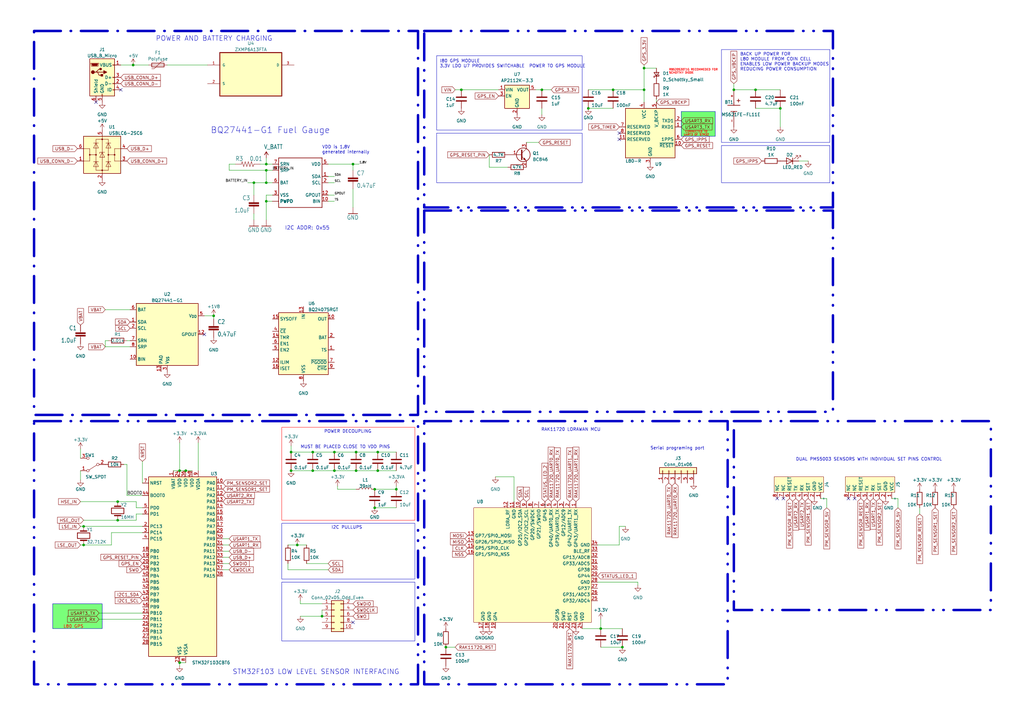
<source format=kicad_sch>
(kicad_sch (version 20230121) (generator eeschema)
  (paper "A3")
  (junction (at 104.14 74.93))
  (junction (at 182.88 265.43))
  (junction (at 153.67 200.66))
  (junction (at 109.22 69.85))
  (junction (at 34.29 215.9))
  (junction (at 132.08 252.73))
  (junction (at 146.05 193.04))
  (junction (at 309.88 36.83))
  (junction (at 300.99 36.83))
  (junction (at 109.22 82.55))
  (junction (at 251.46 36.83))
  (junction (at 119.38 185.42))
  (junction (at 54.61 26.67))
  (junction (at 109.22 67.31))
  (junction (at 48.26 213.36))
  (junction (at 48.26 205.74))
  (junction (at 264.16 36.83))
  (junction (at 34.29 223.52))
  (junction (at 73.66 193.04))
  (junction (at 144.78 67.31))
  (junction (at 241.3 44.45))
  (junction (at 154.94 193.04))
  (junction (at 154.94 185.42))
  (junction (at 246.38 257.81))
  (junction (at 153.67 208.28))
  (junction (at 128.27 193.04))
  (junction (at 162.56 200.66))
  (junction (at 255.27 265.43))
  (junction (at 189.23 36.83))
  (junction (at 137.16 193.04))
  (junction (at 73.66 271.78))
  (junction (at 320.04 44.45))
  (junction (at 119.38 193.04))
  (junction (at 87.63 129.54))
  (junction (at 146.05 185.42))
  (junction (at 128.27 185.42))
  (junction (at 76.2 193.04))
  (junction (at 137.16 185.42))
  (junction (at 222.25 36.83))
  (junction (at 121.92 223.52))
  (junction (at 264.16 27.94))
  (junction (at 109.22 74.93))
  (no_connect (at 321.31 204.47))
  (no_connect (at 318.77 204.47))
  (no_connect (at 83.82 137.16))
  (no_connect (at 49.53 36.83))
  (no_connect (at 347.98 204.47))
  (no_connect (at 254 57.15))
  (no_connect (at 144.78 255.27))
  (no_connect (at 39.37 41.91))
  (no_connect (at 254 54.61))
  (no_connect (at 350.52 204.47))
  (wire (pts (xy 134.62 80.01) (xy 137.16 80.01)) (stroke (width 0.1524)))
  (wire (pts (xy 58.42 189.23) (xy 58.42 198.12)))
  (wire (pts (xy 261.62 238.76) (xy 261.62 240.03)))
  (wire (pts (xy 111.76 82.55) (xy 109.22 82.55)) (stroke (width 0.1524)))
  (wire (pts (xy 93.98 69.85) (xy 93.98 67.31)) (stroke (width 0.1524)))
  (wire (pts (xy 123.19 252.73) (xy 132.08 252.73)))
  (wire (pts (xy 254 215.9) (xy 254 223.52)))
  (wire (pts (xy 138.43 199.39) (xy 138.43 200.66)))
  (wire (pts (xy 55.88 213.36) (xy 55.88 210.82)))
  (wire (pts (xy 138.43 200.66) (xy 146.05 200.66)))
  (wire (pts (xy 200.66 68.58) (xy 200.66 63.5)))
  (wire (pts (xy 119.38 185.42) (xy 128.27 185.42)))
  (wire (pts (xy 109.22 82.55) (xy 109.22 90.17)) (stroke (width 0.1524)))
  (wire (pts (xy 109.22 80.01) (xy 109.22 82.55)) (stroke (width 0.1524)))
  (wire (pts (xy 128.27 193.04) (xy 137.16 193.04)))
  (wire (pts (xy 111.76 67.31) (xy 109.22 67.31)) (stroke (width 0.1524)))
  (wire (pts (xy 123.19 247.65) (xy 132.08 247.65)))
  (wire (pts (xy 134.62 67.31) (xy 144.78 67.31)) (stroke (width 0.1524)))
  (wire (pts (xy 40.64 254) (xy 58.42 254)))
  (wire (pts (xy 144.78 85.09) (xy 144.78 77.47)) (stroke (width 0.1524)))
  (wire (pts (xy 33.02 223.52) (xy 34.29 223.52)))
  (wire (pts (xy 251.46 36.83) (xy 264.16 36.83)))
  (wire (pts (xy 34.29 213.36) (xy 48.26 213.36)))
  (wire (pts (xy 87.63 129.54) (xy 83.82 129.54)))
  (wire (pts (xy 339.09 204.47) (xy 336.55 204.47)))
  (wire (pts (xy 111.76 69.85) (xy 109.22 69.85)) (stroke (width 0.1524)))
  (wire (pts (xy 153.67 208.28) (xy 162.56 208.28)))
  (wire (pts (xy 91.44 226.06) (xy 93.98 226.06)))
  (wire (pts (xy 104.14 90.17) (xy 104.14 87.63)) (stroke (width 0.1524)))
  (wire (pts (xy 153.67 200.66) (xy 162.56 200.66)))
  (wire (pts (xy 246.38 257.81) (xy 246.38 254)))
  (wire (pts (xy 203.2 195.58) (xy 210.82 195.58)))
  (wire (pts (xy 269.24 40.64) (xy 269.24 41.91)))
  (wire (pts (xy 91.44 223.52) (xy 93.98 223.52)))
  (wire (pts (xy 264.16 27.94) (xy 264.16 36.83)))
  (wire (pts (xy 146.05 193.04) (xy 154.94 193.04)))
  (wire (pts (xy 55.88 208.28) (xy 58.42 208.28)))
  (wire (pts (xy 50.8 190.5) (xy 52.07 190.5)))
  (wire (pts (xy 33.02 205.74) (xy 48.26 205.74)))
  (wire (pts (xy 189.23 36.83) (xy 204.47 36.83)))
  (wire (pts (xy 52.07 203.2) (xy 58.42 203.2)))
  (wire (pts (xy 52.07 139.7) (xy 53.34 139.7)))
  (wire (pts (xy 109.22 67.31) (xy 109.22 64.77)) (stroke (width 0.1524)))
  (wire (pts (xy 109.22 74.93) (xy 111.76 74.93)) (stroke (width 0.1524)))
  (wire (pts (xy 368.3 208.28) (xy 368.3 204.47)))
  (wire (pts (xy 43.18 127) (xy 53.34 127)))
  (wire (pts (xy 119.38 182.88) (xy 119.38 185.42)))
  (wire (pts (xy 91.44 231.14) (xy 93.98 231.14)))
  (wire (pts (xy 186.69 36.83) (xy 189.23 36.83)))
  (wire (pts (xy 33.02 215.9) (xy 34.29 215.9)))
  (wire (pts (xy 146.05 185.42) (xy 154.94 185.42)))
  (wire (pts (xy 55.88 205.74) (xy 55.88 208.28)))
  (wire (pts (xy 264.16 36.83) (xy 264.16 41.91)))
  (wire (pts (xy 53.34 142.24) (xy 43.18 142.24)))
  (wire (pts (xy 144.78 67.31) (xy 144.78 69.85)) (stroke (width 0.1524)))
  (wire (pts (xy 71.12 193.04) (xy 73.66 193.04)))
  (wire (pts (xy 254 215.9) (xy 256.54 215.9)))
  (wire (pts (xy 109.22 74.93) (xy 104.14 74.93)) (stroke (width 0.1524)))
  (wire (pts (xy 81.28 181.61) (xy 81.28 193.04)))
  (wire (pts (xy 87.63 130.81) (xy 87.63 129.54)))
  (wire (pts (xy 222.25 36.83) (xy 219.71 36.83)))
  (wire (pts (xy 327.66 66.04) (xy 331.47 66.04)))
  (wire (pts (xy 134.62 74.93) (xy 137.16 74.93)) (stroke (width 0.1524)))
  (wire (pts (xy 222.25 44.45) (xy 222.25 46.99)))
  (wire (pts (xy 93.98 67.31) (xy 96.52 67.31)) (stroke (width 0.1524)))
  (wire (pts (xy 368.3 204.47) (xy 365.76 204.47)))
  (wire (pts (xy 104.14 80.01) (xy 104.14 74.93)) (stroke (width 0.1524)))
  (wire (pts (xy 132.08 250.19) (xy 132.08 252.73)))
  (wire (pts (xy 73.66 271.78) (xy 73.66 273.05)))
  (wire (pts (xy 254 223.52) (xy 245.11 223.52)))
  (wire (pts (xy 68.58 26.67) (xy 85.09 26.67)))
  (wire (pts (xy 208.28 68.58) (xy 200.66 68.58)))
  (wire (pts (xy 58.42 218.44) (xy 45.72 218.44)))
  (wire (pts (xy 45.72 218.44) (xy 45.72 223.52)))
  (wire (pts (xy 118.11 223.52) (xy 121.92 223.52)))
  (wire (pts (xy 377.19 210.82) (xy 377.19 208.28)))
  (wire (pts (xy 154.94 193.04) (xy 162.56 193.04)))
  (wire (pts (xy 154.94 185.42) (xy 162.56 185.42)))
  (wire (pts (xy 121.92 223.52) (xy 125.73 223.52)))
  (wire (pts (xy 162.56 199.39) (xy 162.56 200.66)))
  (wire (pts (xy 34.29 215.9) (xy 58.42 215.9)))
  (wire (pts (xy 134.62 233.68) (xy 118.11 233.68)))
  (wire (pts (xy 186.69 265.43) (xy 182.88 265.43)))
  (wire (pts (xy 128.27 185.42) (xy 137.16 185.42)))
  (wire (pts (xy 43.18 142.24) (xy 43.18 139.7)))
  (wire (pts (xy 241.3 44.45) (xy 251.46 44.45)))
  (wire (pts (xy 339.09 208.28) (xy 339.09 204.47)))
  (wire (pts (xy 73.66 181.61) (xy 73.66 193.04)))
  (wire (pts (xy 210.82 195.58) (xy 210.82 205.74)))
  (wire (pts (xy 76.2 193.04) (xy 78.74 193.04)))
  (wire (pts (xy 33.02 193.04) (xy 33.02 196.85)))
  (wire (pts (xy 245.11 238.76) (xy 261.62 238.76)))
  (wire (pts (xy 91.44 220.98) (xy 93.98 220.98)))
  (wire (pts (xy 264.16 27.94) (xy 269.24 27.94)))
  (wire (pts (xy 109.22 69.85) (xy 109.22 74.93)) (stroke (width 0.1524)))
  (wire (pts (xy 109.22 69.85) (xy 93.98 69.85)) (stroke (width 0.1524)))
  (wire (pts (xy 238.76 257.81) (xy 246.38 257.81)))
  (wire (pts (xy 309.88 44.45) (xy 320.04 44.45)))
  (wire (pts (xy 309.88 36.83) (xy 320.04 36.83)))
  (wire (pts (xy 104.14 74.93) (xy 101.6 74.93)) (stroke (width 0.1524)))
  (wire (pts (xy 109.22 67.31) (xy 106.68 67.31)) (stroke (width 0.1524)))
  (wire (pts (xy 134.62 82.55) (xy 137.16 82.55)) (stroke (width 0.1524)))
  (wire (pts (xy 226.06 36.83) (xy 222.25 36.83)))
  (wire (pts (xy 54.61 26.67) (xy 60.96 26.67)))
  (wire (pts (xy 137.16 193.04) (xy 146.05 193.04)))
  (wire (pts (xy 91.44 228.6) (xy 93.98 228.6)))
  (wire (pts (xy 147.32 67.31) (xy 144.78 67.31)) (stroke (width 0.1524)))
  (wire (pts (xy 45.72 223.52) (xy 34.29 223.52)))
  (wire (pts (xy 264.16 26.67) (xy 264.16 27.94)))
  (wire (pts (xy 300.99 36.83) (xy 309.88 36.83)))
  (wire (pts (xy 137.16 185.42) (xy 146.05 185.42)))
  (wire (pts (xy 246.38 265.43) (xy 255.27 265.43)))
  (wire (pts (xy 73.66 271.78) (xy 76.2 271.78)))
  (wire (pts (xy 40.64 251.46) (xy 58.42 251.46)))
  (wire (pts (xy 54.61 26.67) (xy 49.53 26.67)))
  (wire (pts (xy 55.88 210.82) (xy 58.42 210.82)))
  (wire (pts (xy 43.18 139.7) (xy 44.45 139.7)))
  (wire (pts (xy 111.76 80.01) (xy 109.22 80.01)) (stroke (width 0.1524)))
  (wire (pts (xy 300.99 34.29) (xy 300.99 36.83)))
  (wire (pts (xy 119.38 193.04) (xy 128.27 193.04)))
  (wire (pts (xy 134.62 72.39) (xy 137.16 72.39)) (stroke (width 0.1524)))
  (wire (pts (xy 48.26 213.36) (xy 55.88 213.36)))
  (wire (pts (xy 125.73 231.14) (xy 134.62 231.14)))
  (wire (pts (xy 52.07 190.5) (xy 52.07 203.2)))
  (wire (pts (xy 123.19 246.38) (xy 123.19 247.65)))
  (wire (pts (xy 241.3 36.83) (xy 251.46 36.83)))
  (wire (pts (xy 48.26 205.74) (xy 55.88 205.74)))
  (wire (pts (xy 246.38 257.81) (xy 255.27 257.81)))
  (wire (pts (xy 215.9 58.42) (xy 220.98 58.42)))
  (wire (pts (xy 118.11 233.68) (xy 118.11 231.14)))
  (wire (pts (xy 320.04 44.45) (xy 320.04 52.07)))
  (wire (pts (xy 91.44 233.68) (xy 93.98 233.68)))
  (wire (pts (xy 73.66 193.04) (xy 76.2 193.04)))
  (wire (pts (xy 33.02 184.15) (xy 33.02 187.96)))
  (rectangle (start 279.4 45.72) (end 293.37 55.88) (fill (type color) (color 0 255 0 0.55)))
  (rectangle (start 295.91 20.32) (end 340.36 58.42))
  (rectangle (start 173.99 86.36) (end 341.63 168.91) (stroke (width 1) (type dash_dot_dot)))
  (rectangle (start 295.91 59.69) (end 340.36 74.93))
  (rectangle (start 179.07 54.61) (end 238.76 74.93))
  (rectangle (start 21.59 247.65) (end 41.91 257.81) (fill (type color) (color 0 255 0 0.52)))
  (rectangle (start 173.99 172.72) (end 298.45 280.67) (stroke (width 1) (type dash_dot_dot)))
  (rectangle (start 115.57 214.63) (end 170.18 237.49))
  (rectangle (start 173.99 12.7) (end 341.63 85.09) (stroke (width 1) (type dash_dot_dot)))
  (rectangle (start 13.97 12.7) (end 171.45 170.18) (stroke (width 1) (type dash_dot)))
  (rectangle (start 179.07 22.86) (end 238.76 53.34))
  (rectangle (start 13.97 172.72) (end 171.45 280.67) (stroke (width 1) (type dash_dot_dot)))
  (rectangle (start 300.99 172.72) (end 406.4 250.19) (stroke (width 1) (type dash_dot_dot)))
  (rectangle (start 115.57 238.76) (end 170.18 262.89))
  (rectangle (start 115.57 175.26) (end 170.18 213.36) (stroke (width 0) (color 255 0 0 1)))
  (text "BACK UP POWER FOR \nL80 MODULE FROM COIN CELL\nENABLES LOW POWER BACKUP MODES\nREDUCING POWER CONSUMPTION\n" (at 303.53 29.21 0) (effects (font (size 1.27 1.27)) (justify left bottom)))
  (text "STM32F103 LOW LEVEL SENSOR INTERFACING\n" (at 163.83 276.86 0) (effects (font (size 2 2)) (justify right bottom)))
  (text "VDD is 1.8V\ngenerated internally" (at 132.08 59.69 0) (effects (font (size 1.27 1.27)) (justify left top)))
  (text "RB520S30T1G RECOMMEDED FOR \nSCHOTTKY DIODE" (at 274.32 30.48 0) (effects (font (size 0.8 0.8)) (justify left bottom)))
  (text "CONNECTED TO \nUART3 OF STM32" (at 290.83 55.88 0) (effects (font (size 0.8 0.8)) (justify right bottom)))
  (text "l80 GPS MODULE\n3.3V LDO U7 PROVIDES SWITCHABLE  POWER TO GPS MODULE\n" (at 180.34 27.94 0) (effects (font (size 1.27 1.27)) (justify left bottom)))
  (text "RAK11720 LORAWAN MCU\n\n" (at 246.38 179.07 0) (effects (font (size 1.27 1.27)) (justify right bottom)))
  (text "POWER AND BATTERY CHARGING\n\n" (at 111.76 20.32 0) (effects (font (size 2 2)) (justify right bottom)))
  (text "I2C PULLUPS\n" (at 135.89 217.17 0) (effects (font (size 1.27 1.27)) (justify left bottom)))
  (text "I2C ADDR: 0x55" (at 116.84 92.71 0) (effects (font (size 1.524 1.524)) (justify left top)))
  (text "DUAL PMS5003 SENSORS WITH INDIVIDUAL SET PINS CONTROL\n" (at 326.39 189.23 0) (effects (font (size 1.27 1.27)) (justify left bottom)))
  (text "MUST BE PLACED CLOSE TO VDD PINS\n" (at 160.02 184.15 0) (effects (font (size 1.27 1.27)) (justify right bottom)))
  (text "L80 GPS\n" (at 34.29 257.81 0) (effects (font (size 1.27 1.27)) (justify right bottom)))
  (text "POWER DECOUPLING\n" (at 152.4 177.8 0) (effects (font (size 1.27 1.27)) (justify right bottom)))
  (text "Serial programing port\n\n" (at 266.7 186.69 0) (effects (font (size 1.27 1.27)) (justify left bottom)))
  (text "BQ27441-G1 Fuel Gauge" (at 86.36 52.07 0) (effects (font (size 2.54 2.54)) (justify left top)))
  (label "SDA" (at 137.16 72.39 0) (effects (font (size 0.889 0.889))))
  (label "1.8V" (at 147.32 67.31 0) (effects (font (size 0.889 0.889))))
  (label "SCL" (at 137.16 74.93 0) (effects (font (size 0.889 0.889))))
  (label "BATTERY_IN" (at 111.76 69.85 0) (effects (font (size 1.016 1.016))))
  (label "GPOUT" (at 137.16 80.01 0) (effects (font (size 0.889 0.889))))
  (label "BATTERY_IN" (at 101.6 74.93 180) (effects (font (size 1.0668 1.0668))))
  (label "TS" (at 137.16 82.55 0) (effects (font (size 0.889 0.889))))
  (label "BOOT0" (at 52.07 203.2 0))
  (global_label "SWDIO" (shape input) (at 144.78 247.65 0) (property "Intersheetrefs" "${INTERSHEET_REFS}" (effects hide)))
  (global_label "PM_SENSOR_5V" (shape input) (at 339.09 208.28 270) (property "Intersheetrefs" "${INTERSHEET_REFS}" (effects hide)))
  (global_label "GPS_3.3V" (shape input) (at 226.06 36.83 0) (property "Intersheetrefs" "${INTERSHEET_REFS}" (effects hide)))
  (global_label "GPS_EN" (shape input) (at 58.42 231.14 180) (property "Intersheetrefs" "${INTERSHEET_REFS}" (effects hide)))
  (global_label "USART2_TX" (shape input) (at 328.93 204.47 270) (property "Intersheetrefs" "${INTERSHEET_REFS}" (effects hide)))
  (global_label "USB_D-" (shape input) (at 31.75 60.96 180) (property "Intersheetrefs" "${INTERSHEET_REFS}" (effects hide)))
  (global_label "VBAT" (shape input) (at 43.18 142.24 180) (property "Intersheetrefs" "${INTERSHEET_REFS}" (effects hide)))
  (global_label "GPS_IPPS" (shape input) (at 279.4 57.15 0) (property "Intersheetrefs" "${INTERSHEET_REFS}" (effects hide)))
  (global_label "USART3_RX" (shape input) (at 40.64 254 180) (property "Intersheetrefs" "${INTERSHEET_REFS}" (effects hide)))
  (global_label "USART1_TX" (shape input) (at 93.98 220.98 0) (property "Intersheetrefs" "${INTERSHEET_REFS}" (effects hide)))
  (global_label "USB_D+" (shape input) (at 93.98 228.6 0) (property "Intersheetrefs" "${INTERSHEET_REFS}" (effects hide)))
  (global_label "MOSI" (shape input) (at 191.77 219.71 180) (property "Intersheetrefs" "${INTERSHEET_REFS}" (effects hide)))
  (global_label "GPS_VBCKP" (shape input) (at 300.99 34.29 90) (property "Intersheetrefs" "${INTERSHEET_REFS}" (effects hide)))
  (global_label "SWDCLK" (shape input) (at 93.98 233.68 0) (property "Intersheetrefs" "${INTERSHEET_REFS}" (effects hide)))
  (global_label "RAK11720_UART0_TX" (shape input) (at 274.32 198.12 270) (property "Intersheetrefs" "${INTERSHEET_REFS}" (effects hide)))
  (global_label "VIN" (shape input) (at 186.69 36.83 180) (property "Intersheetrefs" "${INTERSHEET_REFS}" (effects hide)))
  (global_label "GPS_IPPS" (shape input) (at 312.42 66.04 180) (property "Intersheetrefs" "${INTERSHEET_REFS}" (effects hide)))
  (global_label "PM_SENSOR_5V" (shape input) (at 368.3 208.28 270) (property "Intersheetrefs" "${INTERSHEET_REFS}" (effects hide)))
  (global_label "PM_SENSOR_RESET" (shape input) (at 323.85 204.47 270) (property "Intersheetrefs" "${INTERSHEET_REFS}" (effects hide)))
  (global_label "RAK11720_UART0_RX" (shape input) (at 276.86 198.12 270) (property "Intersheetrefs" "${INTERSHEET_REFS}" (effects hide)))
  (global_label "RAK11720_UART1_RX" (shape input) (at 236.22 205.74 90) (property "Intersheetrefs" "${INTERSHEET_REFS}" (effects hide)))
  (global_label "USB_CONN_D-" (shape input) (at 49.53 34.29 0) (property "Intersheetrefs" "${INTERSHEET_REFS}" (effects hide)))
  (global_label "USB_CONN_D+" (shape input) (at 49.53 31.75 0) (property "Intersheetrefs" "${INTERSHEET_REFS}" (effects hide)))
  (global_label "HSE_IN" (shape input) (at 33.02 205.74 180) (property "Intersheetrefs" "${INTERSHEET_REFS}" (effects hide)))
  (global_label "USB_CONN_D-" (shape input) (at 31.75 66.04 180) (property "Intersheetrefs" "${INTERSHEET_REFS}" (effects hide)))
  (global_label "RAK11720_RST" (shape input) (at 233.68 257.81 270) (property "Intersheetrefs" "${INTERSHEET_REFS}" (effects hide)))
  (global_label "SDA" (shape input) (at 53.34 132.08 180) (property "Intersheetrefs" "${INTERSHEET_REFS}" (effects hide)))
  (global_label "GPS_VBCKP" (shape input) (at 269.24 41.91 0) (property "Intersheetrefs" "${INTERSHEET_REFS}" (effects hide)))
  (global_label "USART3_RX" (shape input) (at 279.4 49.53 0) (property "Intersheetrefs" "${INTERSHEET_REFS}" (effects hide)))
  (global_label "USART2_TX" (shape input) (at 91.44 205.74 0) (property "Intersheetrefs" "${INTERSHEET_REFS}" (effects hide)))
  (global_label "NSS" (shape input) (at 191.77 227.33 180) (property "Intersheetrefs" "${INTERSHEET_REFS}" (effects hide)))
  (global_label "LSE_IN" (shape input) (at 33.02 215.9 180) (property "Intersheetrefs" "${INTERSHEET_REFS}" (effects hide)))
  (global_label "USART3_TX" (shape input) (at 279.4 52.07 0) (property "Intersheetrefs" "${INTERSHEET_REFS}" (effects hide)))
  (global_label "VBAT" (shape input) (at 33.02 133.35 90) (property "Intersheetrefs" "${INTERSHEET_REFS}" (effects hide)))
  (global_label "SDA" (shape input) (at 134.62 233.68 0) (property "Intersheetrefs" "${INTERSHEET_REFS}" (effects hide)))
  (global_label "USB_D-" (shape input) (at 93.98 226.06 0) (property "Intersheetrefs" "${INTERSHEET_REFS}" (effects hide)))
  (global_label "PM_SENSOR1_SET" (shape input) (at 91.44 200.66 0) (property "Intersheetrefs" "${INTERSHEET_REFS}" (effects hide)))
  (global_label "USB_CONN_D+" (shape input) (at 52.07 66.04 0) (property "Intersheetrefs" "${INTERSHEET_REFS}" (effects hide)))
  (global_label "PM_SENSOR_RESET" (shape input) (at 377.19 210.82 270) (property "Intersheetrefs" "${INTERSHEET_REFS}" (effects hide)))
  (global_label "RAK11720_UART1_TX" (shape input) (at 233.68 205.74 90) (property "Intersheetrefs" "${INTERSHEET_REFS}" (effects hide)))
  (global_label "MISO" (shape input) (at 191.77 222.25 180) (property "Intersheetrefs" "${INTERSHEET_REFS}" (effects hide)))
  (global_label "PM_SENSOR2_SET" (shape input) (at 391.16 208.28 270) (property "Intersheetrefs" "${INTERSHEET_REFS}" (effects hide)))
  (global_label "USB_D+" (shape input) (at 52.07 60.96 0) (property "Intersheetrefs" "${INTERSHEET_REFS}" (effects hide)))
  (global_label "GPS_TIMER" (shape input) (at 254 52.07 180) (property "Intersheetrefs" "${INTERSHEET_REFS}" (effects hide)))
  (global_label "USART1_RX" (shape input) (at 355.6 204.47 270) (property "Intersheetrefs" "${INTERSHEET_REFS}" (effects hide)))
  (global_label "SCL" (shape input) (at 134.62 231.14 0) (property "Intersheetrefs" "${INTERSHEET_REFS}" (effects hide)))
  (global_label "SWDCLK" (shape input) (at 144.78 250.19 0) (property "Intersheetrefs" "${INTERSHEET_REFS}" (effects hide)))
  (global_label "RAK11720_RST" (shape input) (at 186.69 265.43 0) (property "Intersheetrefs" "${INTERSHEET_REFS}" (effects hide)))
  (global_label "GPS_3.3V" (shape input) (at 264.16 26.67 90) (property "Intersheetrefs" "${INTERSHEET_REFS}" (effects hide)))
  (global_label "RAK11720_UART0_RX" (shape input) (at 226.06 205.74 90) (property "Intersheetrefs" "${INTERSHEET_REFS}" (effects hide)))
  (global_label "USART2_RX" (shape input) (at 326.39 204.47 270) (property "Intersheetrefs" "${INTERSHEET_REFS}" (effects hide)))
  (global_label "SWO" (shape input) (at 144.78 252.73 0) (property "Intersheetrefs" "${INTERSHEET_REFS}" (effects hide)))
  (global_label "USART1_TX" (shape input) (at 358.14 204.47 270) (property "Intersheetrefs" "${INTERSHEET_REFS}" (effects hide)))
  (global_label "I2C1_SCL" (shape input) (at 58.42 246.38 180) (property "Intersheetrefs" "${INTERSHEET_REFS}" (effects hide)))
  (global_label "GPS_RESET" (shape input) (at 220.98 58.42 0) (property "Intersheetrefs" "${INTERSHEET_REFS}" (effects hide)))
  (global_label "LSE_OUT" (shape input) (at 33.02 223.52 180) (property "Intersheetrefs" "${INTERSHEET_REFS}" (effects hide)))
  (global_label "SDA" (shape input) (at 213.36 205.74 90) (property "Intersheetrefs" "${INTERSHEET_REFS}" (effects hide)))
  (global_label "HSE_OUT" (shape input) (at 34.29 213.36 180) (property "Intersheetrefs" "${INTERSHEET_REFS}" (effects hide)))
  (global_label "CLK" (shape input) (at 191.77 224.79 180) (property "Intersheetrefs" "${INTERSHEET_REFS}" (effects hide)))
  (global_label "NRST" (shape input) (at 58.42 189.23 90) (property "Intersheetrefs" "${INTERSHEET_REFS}" (effects hide)))
  (global_label "SCL" (shape input) (at 53.34 134.62 180) (property "Intersheetrefs" "${INTERSHEET_REFS}" (effects hide)))
  (global_label "PM_SENSOR1_SET" (shape input) (at 331.47 204.47 270) (property "Intersheetrefs" "${INTERSHEET_REFS}" (effects hide)))
  (global_label "PM_SENSOR_RESET" (shape input) (at 353.06 204.47 270) (property "Intersheetrefs" "${INTERSHEET_REFS}" (effects hide)))
  (global_label "RAK11720_UART0_TX" (shape input) (at 228.6 205.74 90) (property "Intersheetrefs" "${INTERSHEET_REFS}" (effects hide)))
  (global_label "VBAT" (shape input) (at 43.18 127 180) (property "Intersheetrefs" "${INTERSHEET_REFS}" (effects hide)))
  (global_label "USART3_TX" (shape input) (at 40.64 251.46 180) (property "Intersheetrefs" "${INTERSHEET_REFS}" (effects hide)))
  (global_label "GPS_RESET" (shape input) (at 279.4 59.69 0) (property "Intersheetrefs" "${INTERSHEET_REFS}" (effects hide)))
  (global_label "SCL" (shape input) (at 215.9 205.74 90) (property "Intersheetrefs" "${INTERSHEET_REFS}" (effects hide)))
  (global_label "I2C1_SDA" (shape input) (at 58.42 243.84 180) (property "Intersheetrefs" "${INTERSHEET_REFS}" (effects hide)))
  (global_label "USART1_RX" (shape input) (at 93.98 223.52 0) (property "Intersheetrefs" "${INTERSHEET_REFS}" (effects hide)))
  (global_label "STATUS_LED_2" (shape input) (at 223.52 205.74 90) (property "Intersheetrefs" "${INTERSHEET_REFS}" (effects hide)))
  (global_label "STATUS_LED_1" (shape input) (at 245.11 236.22 0) (property "Intersheetrefs" "${INTERSHEET_REFS}" (effects hide)))
  (global_label "USART2_RX" (shape input) (at 91.44 203.2 0) (property "Intersheetrefs" "${INTERSHEET_REFS}" (effects hide)))
  (global_label "GPS_RESET_PIN" (shape input) (at 200.66 63.5 180) (property "Intersheetrefs" "${INTERSHEET_REFS}" (effects hide)))
  (global_label "PM_SENSOR2_SET" (shape input) (at 360.68 204.47 270) (property "Intersheetrefs" "${INTERSHEET_REFS}" (effects hide)))
  (global_label "SWDIO" (shape input) (at 93.98 231.14 0) (property "Intersheetrefs" "${INTERSHEET_REFS}" (effects hide)))
  (global_label "PM_SENSOR2_SET" (shape input) (at 91.44 198.12 0) (property "Intersheetrefs" "${INTERSHEET_REFS}" (effects hide)))
  (global_label "SWO" (shape input) (at 58.42 233.68 180) (property "Intersheetrefs" "${INTERSHEET_REFS}" (effects hide)))
  (global_label "PM_SENSOR1_SET" (shape input) (at 383.54 208.28 270) (property "Intersheetrefs" "${INTERSHEET_REFS}" (effects hide)))
  (global_label "GPS_RESET_PIN" (shape input) (at 58.42 228.6 180) (property "Intersheetrefs" "${INTERSHEET_REFS}" (effects hide)))
  (global_label "GPS_EN" (shape input) (at 204.47 39.37 180) (property "Intersheetrefs" "${INTERSHEET_REFS}" (effects hide)))
  (symbol (lib_id "Device:R") (at 125.73 227.33 0) (unit 1)
    (property "Reference" "R5" (at 127 226.06 0) (effects (justify left)))
    (property "Value" "10K" (at 127 228.6 0) (effects (justify left)))
  )
  (symbol (lib_id "sparkfun-battery-babysitter-eagle-import:V_BATT") (at 109.22 64.77 0) (unit 1)
    (property "Reference" "#SUPPLY01" (effects hide))
    (property "Value" "V_BATT" (at 108.204 61.214 0) (effects (font (size 1.778 1.5113)) (justify left bottom)))
  )
  (symbol (lib_id "ZXMP6A13FTA:ZXMP6A13FTA") (at 102.87 26.67 0) (unit 1)
    (property "Reference" "U4" (at 102.87 17.78 0))
    (property "Value" "ZXMP6A13FTA" (at 102.87 20.32 0))
    (property "Footprint" "ZXMP6A13FTA:SOT95P232X112-3N" (effects hide))
    (property "SUPPLIER" "Diodes Inc" (effects hide))
    (property "OC_FARNELL" "1843770" (effects hide))
    (property "MPN" "ZXMP6A13FTA" (effects hide))
    (property "OC_NEWARK" "12T2278" (effects hide))
    (property "PACKAGE" "SOT-23-3" (effects hide))
  )
  (symbol (lib_id "power:+3.3V") (at 119.38 182.88 0) (unit 1)
    (property "Reference" "#PWR014" (effects hide))
    (property "Value" "+3.3V" (at 119.38 179.07 0))
  )
  (symbol (lib_id "Regulator_Linear:AP2112K-3.3") (at 212.09 39.37 0) (unit 1)
    (property "Reference" "U7" (at 212.09 30.48 0))
    (property "Value" "AP2112K-3.3" (at 212.09 33.02 0))
    (property "Footprint" "Package_TO_SOT_SMD:SOT-23-5" (effects hide))
    (property "Datasheet" "https://www.diodes.com/assets/Datasheets/AP2112.pdf" (effects hide))
  )
  (symbol (lib_id "Device:R") (at 212.09 68.58 270) (unit 1)
    (property "Reference" "R8" (at 212.09 71.12 90))
    (property "Value" "47K" (at 212.09 68.58 90))
  )
  (symbol (lib_id "Device:C") (at 137.16 189.23 0) (unit 1)
    (property "Reference" "C6" (at 138.43 186.69 0) (effects (justify left)))
    (property "Value" "0.1uF" (at 138.43 191.77 0) (effects (justify left)))
    (property "Footprint" "Capacitor_SMD:C_0603_1608Metric" (effects hide))
  )
  (symbol (lib_id "power:GND") (at 222.25 46.99 0) (unit 1)
    (property "Reference" "#PWR030" (effects hide))
    (property "Value" "GND" (at 222.25 52.07 0))
  )
  (symbol (lib_id "rak11720:rak11720") (at 218.44 232.41 0) (unit 1)
    (property "Reference" "U8" (at 196.85 205.74 0))
    (property "Value" "~" (at 223.52 207.01 0))
    (property "Footprint" "RAK3172:RAK11720" (effects hide))
  )
  (symbol (lib_id "Device:Crystal") (at 34.29 219.71 90) (unit 1)
    (property "Reference" "Y1" (at 35.56 217.17 90) (effects (justify right)))
    (property "Value" "32.712K" (at 35.56 222.25 90) (effects (justify right)))
    (property "Footprint" "Crystal:Crystal_C38-LF_D3.0mm_L8.0mm_Horizontal" (effects hide))
  )
  (symbol (lib_id "sparkfun-battery-babysitter-eagle-import:1.0UF-16V-10%(0603)") (at 33.02 138.43 0) (mirror y) (unit 1)
    (property "Reference" "C1" (at 31.496 135.509 0) (effects (font (size 1.778 1.5113)) (justify left bottom)))
    (property "Value" "1.0uF" (at 31.496 140.589 0) (effects (font (size 1.778 1.5113)) (justify left bottom)))
    (property "Footprint" "sparkfun-battery-babysitter:0603-CAP" (effects hide))
  )
  (symbol (lib_name "pms5003_connector_1") (lib_id "pms5003:pms5003_connector") (at 337.82 204.47 270) (unit 1)
    (property "Reference" "J4" (at 339.09 198.755 0))
    (property "Value" "~" (at 337.82 204.47 0))
    (property "Footprint" "pms5003 footprint:MOLEX_0532610871" (effects hide))
  )
  (symbol (lib_id "Device:C") (at 128.27 189.23 0) (unit 1)
    (property "Reference" "C5" (at 129.54 186.69 0) (effects (justify left)))
    (property "Value" "0.1uF" (at 129.54 191.77 0) (effects (justify left)))
    (property "Footprint" "Capacitor_SMD:C_0603_1608Metric" (effects hide))
  )
  (symbol (lib_id "Device:Crystal") (at 48.26 209.55 270) (unit 1)
    (property "Reference" "Y2" (at 49.53 207.01 90) (effects (justify left)))
    (property "Value" "16MH" (at 49.53 212.09 90) (effects (justify left)))
    (property "Footprint" "Crystal:Crystal_HC52-6mm_Vertical" (effects hide))
  )
  (symbol (lib_id "Device:C") (at 255.27 261.62 0) (unit 1)
    (property "Reference" "C19" (at 259.08 260.985 0) (effects (justify left)))
    (property "Value" "100nF" (at 259.08 263.525 0) (effects (justify left)))
  )
  (symbol (lib_id "Device:R") (at 377.19 204.47 0) (unit 1)
    (property "Reference" "R11" (at 373.38 203.2 0) (effects (justify left)))
    (property "Value" "10K" (at 372.11 207.01 0) (effects (justify left)))
  )
  (symbol (lib_id "power:GND") (at 33.02 140.97 0) (unit 1)
    (property "Reference" "#PWR01" (effects hide))
    (property "Value" "GND" (at 33.02 146.05 0))
  )
  (symbol (lib_id "Device:R") (at 48.26 139.7 270) (unit 1)
    (property "Reference" "R1" (at 48.26 137.16 90))
    (property "Value" "0.01k" (at 48.26 139.7 90))
    (property "Footprint" "Resistor_SMD:R_0603_1608Metric" (effects hide))
  )
  (symbol (lib_id "power:GND") (at 256.54 215.9 0) (unit 1)
    (property "Reference" "#PWR035" (effects hide))
    (property "Value" "GND" (at 256.54 220.98 0))
  )
  (symbol (lib_id "power:GND") (at 182.88 273.05 0) (unit 1)
    (property "Reference" "#PWR024" (effects hide))
    (property "Value" "GND" (at 182.88 278.13 0))
  )
  (symbol (lib_id "pms5003:pms5003_connector") (at 367.03 204.47 270) (unit 1)
    (property "Reference" "J5" (at 368.3 198.755 0))
    (property "Value" "~" (at 367.03 204.47 0))
    (property "Footprint" "pms5003 footprint:MOLEX_0532610871" (effects hide))
  )
  (symbol (lib_id "Device:C") (at 153.67 204.47 0) (unit 1)
    (property "Reference" "C9" (at 154.94 201.93 0) (effects (justify left)))
    (property "Value" "1uF" (at 154.94 207.01 0) (effects (justify left)))
  )
  (symbol (lib_id "power:GND") (at 68.58 152.4 0) (unit 1)
    (property "Reference" "#PWR08" (effects hide))
    (property "Value" "GND" (at 68.58 157.48 0))
  )
  (symbol (lib_id "Device:Polyfuse") (at 64.77 26.67 270) (unit 1)
    (property "Reference" "F1" (at 64.77 21.59 90))
    (property "Value" "Polyfuse" (at 64.77 24.13 90))
  )
  (symbol (lib_id "power:GND") (at 41.91 73.66 0) (unit 1)
    (property "Reference" "#PWR06" (effects hide))
    (property "Value" "GND" (at 41.91 78.74 0))
  )
  (symbol (lib_id "power:GND") (at 331.47 66.04 0) (unit 1)
    (property "Reference" "#PWR041" (effects hide))
    (property "Value" "GND" (at 331.47 71.12 0))
  )
  (symbol (lib_id "power:GND") (at 320.04 52.07 0) (unit 1)
    (property "Reference" "#PWR040" (effects hide))
    (property "Value" "GND" (at 320.04 57.15 0))
  )
  (symbol (lib_id "Device:R") (at 46.99 190.5 270) (unit 1)
    (property "Reference" "R2" (at 46.99 187.96 90))
    (property "Value" "10k" (at 46.99 190.5 90))
    (property "Footprint" "Resistor_SMD:R_0603_1608Metric" (effects hide))
  )
  (symbol (lib_id "power:GND") (at 261.62 240.03 0) (unit 1)
    (property "Reference" "#PWR036" (effects hide))
    (property "Value" "GND" (at 261.62 245.11 0))
  )
  (symbol (lib_id "power:GND") (at 73.66 273.05 0) (unit 1)
    (property "Reference" "#PWR010" (effects hide))
    (property "Value" "GND" (at 73.66 278.13 0))
  )
  (symbol (lib_id "power:GND") (at 119.38 193.04 0) (unit 1)
    (property "Reference" "#PWR015" (effects hide))
    (property "Value" "GND" (at 119.38 198.12 0))
  )
  (symbol (lib_id "power:GND") (at 236.22 257.81 0) (unit 1)
    (property "Reference" "#PWR031" (effects hide))
    (property "Value" "GND" (at 237.49 261.62 0))
  )
  (symbol (lib_id "MS621FE-FL11E:MS621FE-FL11E") (at 300.99 44.45 270) (unit 1)
    (property "Reference" "BT1" (at 297.18 41.91 90) (effects (justify left)))
    (property "Value" "MS621FE-FL11E" (at 295.91 46.99 90) (effects (justify left)))
    (property "Footprint" "BAT_MS621FE-FL11E" (effects hide))
    (property "PARTREV" "E" (effects hide))
    (property "STANDARD" "Manufacturer Recommendations" (effects hide))
    (property "MAXIMUM_PACKAGE_HEIGHT" "2.8mm" (effects hide))
    (property "MANUFACTURER" "Seiko Instruments" (effects hide))
  )
  (symbol (lib_id "Device:C") (at 119.38 189.23 0) (unit 1)
    (property "Reference" "C4" (at 120.65 186.69 0) (effects (justify left)))
    (property "Value" "0.1uF" (at 120.65 191.77 0) (effects (justify left)))
    (property "Footprint" "Capacitor_SMD:C_0603_1608Metric" (effects hide))
  )
  (symbol (lib_id "power:+5V") (at 41.91 53.34 0) (unit 1)
    (property "Reference" "#PWR05" (effects hide))
    (property "Value" "+5V" (at 41.91 49.53 0))
  )
  (symbol (lib_id "Device:C") (at 146.05 189.23 0) (unit 1)
    (property "Reference" "C8" (at 147.32 186.69 0) (effects (justify left)))
    (property "Value" "0.1uF" (at 147.32 191.77 0) (effects (justify left)))
    (property "Footprint" "Capacitor_SMD:C_0603_1608Metric" (effects hide))
  )
  (symbol (lib_id "power:GND") (at 87.63 138.43 0) (unit 1)
    (property "Reference" "#PWR013" (effects hide))
    (property "Value" "GND" (at 87.63 143.51 0))
  )
  (symbol (lib_id "Device:R") (at 182.88 261.62 0) (unit 1)
    (property "Reference" "R6" (at 179.07 260.35 0) (effects (justify left)))
    (property "Value" "10K" (at 177.8 264.16 0) (effects (justify left)))
  )
  (symbol (lib_id "Device:L") (at 149.86 200.66 90) (unit 1)
    (property "Reference" "L1" (at 149.86 196.85 90))
    (property "Value" "39nH" (at 149.86 199.39 90))
  )
  (symbol (lib_id "power:GND") (at 124.46 156.21 0) (unit 1)
    (property "Reference" "#PWR017" (effects hide))
    (property "Value" "GND" (at 124.46 161.29 0))
  )
  (symbol (lib_id "Device:R") (at 118.11 227.33 0) (unit 1)
    (property "Reference" "R4" (at 119.38 226.06 0) (effects (justify left)))
    (property "Value" "10K" (at 119.38 228.6 0) (effects (justify left)))
  )
  (symbol (lib_id "Power_Protection:USBLC6-2SC6") (at 41.91 63.5 0) (unit 1)
    (property "Reference" "U1" (at 44.5517 52.07 0) (effects (justify left)))
    (property "Value" "USBLC6-2SC6" (at 44.5517 54.61 0) (effects (justify left)))
    (property "Footprint" "Package_TO_SOT_SMD:SOT-23-6" (effects hide))
    (property "Datasheet" "https://www.st.com/resource/en/datasheet/usblc6-2.pdf" (effects hide))
  )
  (symbol (lib_id "power:GND") (at 212.09 46.99 0) (unit 1)
    (property "Reference" "#PWR029" (effects hide))
    (property "Value" "GND" (at 212.09 52.07 0))
  )
  (symbol (lib_id "Device:C") (at 182.88 269.24 0) (unit 1)
    (property "Reference" "C13" (at 186.69 268.605 0) (effects (justify left)))
    (property "Value" "100nF" (at 186.69 271.145 0) (effects (justify left)))
  )
  (symbol (lib_id "RF_GPS:L80-R") (at 266.7 54.61 0) (unit 1)
    (property "Reference" "U9" (at 268.6559 67.31 0) (effects (justify left)))
    (property "Value" "L80-R" (at 256.54 66.04 0) (effects (justify left)))
    (property "Footprint" "RF_GPS:Quectel_L80-R" (effects hide))
    (property "Datasheet" "https://www.quectel.com/UploadImage/Downlad/Quectel_L80-R_Hardware_Design_V1.2.pdf" (effects hide))
  )
  (symbol (lib_id "sparkfun-battery-babysitter-eagle-import:CAP0603-CAP") (at 144.78 74.93 0) (unit 1)
    (property "Reference" "C7" (at 146.304 72.009 0) (effects (font (size 1.778 1.5113)) (justify left bottom)))
    (property "Value" "0.47uF" (at 146.304 77.089 0) (effects (font (size 1.778 1.5113)) (justify left bottom)))
    (property "Footprint" "sparkfun-battery-babysitter:0603-CAP" (effects hide))
    (property "PROD_ID" "CAP-13216" (effects hide))
  )
  (symbol (lib_id "power:+3.3V") (at 383.54 200.66 0) (unit 1)
    (property "Reference" "#PWR045" (effects hide))
    (property "Value" "+3.3V" (at 383.54 196.85 0))
  )
  (symbol (lib_id "Switch:SW_SPDT") (at 38.1 190.5 180) (unit 1)
    (property "Reference" "SW1" (at 36.83 186.69 0))
    (property "Value" "SW_SPDT" (at 39.37 195.58 0))
  )
  (symbol (lib_id "MCU_ST_STM32F1:STM32F103CBTx") (at 73.66 233.68 0) (unit 1)
    (property "Reference" "U3" (at 86.36 194.31 0) (effects (justify left)))
    (property "Value" "STM32F103CBT6" (at 78.74 271.78 0) (effects (justify left)))
    (property "Footprint" "Package_QFP:LQFP-48_7x7mm_P0.5mm" (effects hide))
    (property "Datasheet" "https://www.st.com/resource/en/datasheet/stm32f103cb.pdf" (effects hide))
  )
  (symbol (lib_id "power:+5V") (at 54.61 26.67 0) (unit 1)
    (property "Reference" "#PWR07" (effects hide))
    (property "Value" "+5V" (at 54.61 22.86 0))
  )
  (symbol (lib_id "power:GND") (at 284.48 198.12 0) (unit 1)
    (property "Reference" "#PWR038" (effects hide))
    (property "Value" "GND" (at 284.48 203.2 0))
  )
  (symbol (lib_id "Device:C") (at 222.25 40.64 0) (unit 1)
    (property "Reference" "C15" (at 226.06 40.005 0) (effects (justify left)))
    (property "Value" "1uF" (at 226.06 42.545 0) (effects (justify left)))
  )
  (symbol (lib_id "power:+3.3V") (at 246.38 254 0) (unit 1)
    (property "Reference" "#PWR033" (effects hide))
    (property "Value" "+3.3V" (at 246.38 250.19 0))
  )
  (symbol (lib_id "power:GND") (at 200.66 257.81 0) (unit 1)
    (property "Reference" "#PWR027" (effects hide))
    (property "Value" "GND" (at 200.66 261.62 0))
  )
  (symbol (lib_id "power:GND") (at 33.02 196.85 0) (unit 1)
    (property "Reference" "#PWR03" (effects hide))
    (property "Value" "GND" (at 33.02 200.66 0))
  )
  (symbol (lib_id "power:+3.3V") (at 33.02 184.15 0) (unit 1)
    (property "Reference" "#PWR02" (effects hide))
    (property "Value" "+3.3V" (at 33.02 180.34 0))
  )
  (symbol (lib_id "Battery_Management:BQ24075RGT") (at 124.46 140.97 0) (unit 1)
    (property "Reference" "U6" (at 126.4159 124.46 0) (effects (justify left)))
    (property "Value" "BQ24075RGT" (at 126.4159 127 0) (effects (justify left)))
    (property "Footprint" "Package_DFN_QFN:VQFN-16-1EP_3x3mm_P0.5mm_EP1.6x1.6mm" (effects hide))
    (property "Datasheet" "http://www.ti.com/lit/ds/symlink/bq24075.pdf" (effects hide))
  )
  (symbol (lib_id "Device:R") (at 391.16 204.47 0) (unit 1)
    (property "Reference" "R13" (at 387.35 203.2 0) (effects (justify left)))
    (property "Value" "10K" (at 386.08 207.01 0) (effects (justify left)))
  )
  (symbol (lib_id "sparkfun-battery-babysitter-eagle-import:GND") (at 109.22 92.71 0) (unit 1)
    (property "Reference" "#GND02" (effects hide))
    (property "Value" "GND" (at 106.68 95.25 0) (effects (font (size 1.778 1.5113)) (justify left bottom)))
  )
  (symbol (lib_id "power:+1V8") (at 87.63 129.54 0) (unit 1)
    (property "Reference" "#PWR012" (effects hide))
    (property "Value" "+1V8" (at 87.63 125.73 0))
  )
  (symbol (lib_id "power:+3.3V") (at 73.66 181.61 0) (unit 1)
    (property "Reference" "#PWR09" (effects hide))
    (property "Value" "+3.3V" (at 73.66 177.8 0))
  )
  (symbol (lib_id "Device:C") (at 189.23 40.64 0) (unit 1)
    (property "Reference" "C14" (at 182.88 40.64 0) (effects (justify left)))
    (property "Value" "1uF" (at 182.88 43.18 0) (effects (justify left)))
  )
  (symbol (lib_id "power:+3.3V") (at 121.92 223.52 0) (unit 1)
    (property "Reference" "#PWR016" (effects hide))
    (property "Value" "+3.3V" (at 121.92 219.71 0))
  )
  (symbol (lib_id "power:+3.3V") (at 138.43 199.39 0) (unit 1)
    (property "Reference" "#PWR020" (effects hide))
    (property "Value" "+3.3V" (at 138.43 195.58 0))
  )
  (symbol (lib_id "power:GND") (at 189.23 44.45 0) (unit 1)
    (property "Reference" "#PWR025" (effects hide))
    (property "Value" "GND" (at 189.23 49.53 0))
  )
  (symbol (lib_id "Device:C") (at 154.94 189.23 0) (unit 1)
    (property "Reference" "C10" (at 156.21 186.69 0) (effects (justify left)))
    (property "Value" "0.1uF" (at 156.21 191.77 0) (effects (justify left)))
    (property "Footprint" "Capacitor_SMD:C_0603_1608Metric" (effects hide))
  )
  (symbol (lib_id "Connector_Generic:Conn_01x06") (at 276.86 193.04 90) (unit 1)
    (property "Reference" "J3" (at 278.13 187.96 90))
    (property "Value" "Conn_01x06" (at 278.13 190.5 90))
  )
  (symbol (lib_id "Device:C") (at 241.3 40.64 0) (unit 1)
    (property "Reference" "C16" (at 242.57 38.1 0) (effects (justify left)))
    (property "Value" "10uF" (at 242.57 43.18 0) (effects (justify left)))
  )
  (symbol (lib_id "sparkfun-battery-babysitter-eagle-import:1.0UF-16V-10%(0603)") (at 104.14 85.09 0) (mirror y) (unit 1)
    (property "Reference" "C3" (at 102.616 82.169 0) (effects (font (size 1.778 1.5113)) (justify left bottom)))
    (property "Value" "1.0uF" (at 102.616 87.249 0) (effects (font (size 1.778 1.5113)) (justify left bottom)))
    (property "Footprint" "sparkfun-battery-babysitter:0603-CAP" (effects hide))
  )
  (symbol (lib_id "power:GND") (at 41.91 41.91 0) (unit 1)
    (property "Reference" "#PWR04" (effects hide))
    (property "Value" "GND" (at 41.91 46.99 0))
  )
  (symbol (lib_id "Transistor_BJT:BC846") (at 213.36 63.5 0) (unit 1)
    (property "Reference" "Q1" (at 218.44 62.865 0) (effects (justify left)))
    (property "Value" "BC846" (at 218.44 65.405 0) (effects (justify left)))
    (property "Footprint" "Package_TO_SOT_SMD:SOT-23" (effects hide))
    (property "Datasheet" "https://assets.nexperia.com/documents/data-sheet/BC846_SER.pdf" (effects hide))
  )
  (symbol (lib_id "Device:C") (at 251.46 40.64 0) (unit 1)
    (property "Reference" "C18" (at 252.73 38.1 0) (effects (justify left)))
    (property "Value" "100nF" (at 252.73 43.18 0) (effects (justify left)))
  )
  (symbol (lib_id "Device:R") (at 204.47 63.5 90) (unit 1)
    (property "Reference" "R7" (at 204.47 66.04 90))
    (property "Value" "4.7K" (at 204.47 63.5 90))
  )
  (symbol (lib_id "sparkfun-battery-babysitter-eagle-import:GND") (at 144.78 87.63 0) (unit 1)
    (property "Reference" "#GND03" (effects hide))
    (property "Value" "GND" (at 142.24 90.17 0) (effects (font (size 1.778 1.5113)) (justify left bottom)))
  )
  (symbol (lib_id "Device:C") (at 246.38 261.62 0) (unit 1)
    (property "Reference" "C17" (at 250.19 260.985 0) (effects (justify left)))
    (property "Value" "10uF" (at 250.19 263.525 0) (effects (justify left)))
  )
  (symbol (lib_id "Device:R") (at 316.23 66.04 90) (unit 1)
    (property "Reference" "R10" (at 316.23 60.96 90))
    (property "Value" "1K" (at 316.23 63.5 90))
  )
  (symbol (lib_id "sparkfun-battery-babysitter-eagle-import:RESISTOR1206") (at 101.6 67.31 180) (unit 1)
    (property "Reference" "R3" (at 96.52 66.0654 0) (effects (font (size 1.778 1.5113)) (justify right top)))
    (property "Value" "0.01" (at 102.362 66.04 0) (effects (font (size 1.778 1.5113)) (justify right top)))
    (property "Footprint" "sparkfun-battery-babysitter:1206" (effects hide))
    (property "PROD_ID" "RES-13218" (effects hide))
  )
  (symbol (lib_id "power:GND") (at 266.7 67.31 0) (unit 1)
    (property "Reference" "#PWR037" (effects hide))
    (property "Value" "GND" (at 266.7 72.39 0))
  )
  (symbol (lib_id "power:+3.3V") (at 123.19 246.38 0) (unit 1)
    (property "Reference" "#PWR018" (effects hide))
    (property "Value" "+3.3V" (at 123.19 242.57 0))
  )
  (symbol (lib_id "Device:LED") (at 323.85 66.04 180) (unit 1)
    (property "Reference" "D2" (at 323.85 63.5 0))
    (property "Value" "LED_RED" (at 325.12 68.58 0))
  )
  (symbol (lib_id "sparkfun-battery-babysitter-eagle-import:BQ27441-G1") (at 121.92 74.93 0) (unit 1)
    (property "Reference" "U5" (effects hide))
    (property "Value" "BQ27441-G1" (effects hide))
    (property "Footprint" "sparkfun-battery-babysitter:PDSO-N12" (effects hide))
    (property "PROD_ID" "IC-13220" (effects hide))
  )
  (symbol (lib_id "Battery_Management:BQ27441-G1") (at 68.58 137.16 0) (unit 1)
    (property "Reference" "U2" (at 68.58 120.65 0))
    (property "Value" "BQ27441-G1" (at 68.58 123.19 0))
    (property "Footprint" "Package_SON:Texas_S-PDSO-N12" (effects hide))
    (property "Datasheet" "http://www.ti.com/lit/ds/symlink/bq27441-g1.pdf" (effects hide))
  )
  (symbol (lib_id "Device:R") (at 269.24 36.83 0) (unit 1)
    (property "Reference" "R9" (at 271.78 36.195 0) (effects (justify left)))
    (property "Value" "1K" (at 271.78 38.735 0) (effects (justify left)))
  )
  (symbol (lib_id "Connector_Generic:Conn_02x05_Odd_Even") (at 137.16 252.73 0) (unit 1)
    (property "Reference" "J2" (at 138.43 242.57 0))
    (property "Value" "Conn_02x05_Odd_Even" (at 138.43 245.11 0))
    (property "Footprint" "Connector_IDC:IDC-Header_2x05_P2.54mm_Vertical" (effects hide))
  )
  (symbol (lib_id "power:GND") (at 203.2 195.58 0) (unit 1)
    (property "Reference" "#PWR028" (effects hide))
    (property "Value" "GND" (at 203.2 200.66 0))
  )
  (symbol (lib_id "Connector:USB_B_Micro") (at 41.91 31.75 0) (unit 1)
    (property "Reference" "J1" (at 41.91 20.32 0))
    (property "Value" "USB_B_Micro" (at 41.91 22.86 0))
    (property "Footprint" "Connector_USB:USB_Micro-B_GCT_USB3076-30-A" (effects hide))
  )
  (symbol (lib_id "Device:C") (at 162.56 189.23 0) (unit 1)
    (property "Reference" "C11" (at 163.83 186.69 0) (effects (justify left)))
    (property "Value" "4.7uF" (at 163.83 191.77 0) (effects (justify left)))
    (property "Footprint" "Capacitor_SMD:C_0603_1608Metric" (effects hide))
  )
  (symbol (lib_id "power:GND") (at 300.99 52.07 0) (unit 1)
    (property "Reference" "#PWR039" (effects hide))
    (property "Value" "GND" (at 300.99 57.15 0))
  )
  (symbol (lib_id "power:+3.3VA") (at 81.28 181.61 0) (unit 1)
    (property "Reference" "#PWR011" (effects hide))
    (property "Value" "+3.3VA" (at 81.28 177.8 0))
  )
  (symbol (lib_id "power:GND") (at 153.67 208.28 0) (unit 1)
    (property "Reference" "#PWR021" (effects hide))
    (property "Value" "GND" (at 153.67 212.09 0))
  )
  (symbol (lib_id "power:+3.3V") (at 182.88 257.81 0) (unit 1)
    (property "Reference" "#PWR023" (effects hide))
    (property "Value" "+3.3V" (at 182.88 254 0))
  )
  (symbol (lib_id "power:GND") (at 363.22 204.47 0) (unit 1)
    (property "Reference" "#PWR043" (effects hide))
    (property "Value" "GND" (at 364.49 208.28 0))
  )
  (symbol (lib_id "Device:C") (at 162.56 204.47 0) (unit 1)
    (property "Reference" "C12" (at 163.83 201.93 0) (effects (justify left)))
    (property "Value" "10uF" (at 163.83 207.01 0) (effects (justify left)))
  )
  (symbol (lib_id "power:GND") (at 123.19 252.73 0) (unit 1)
    (property "Reference" "#PWR019" (effects hide))
    (property "Value" "GND" (at 123.19 257.81 0))
  )
  (symbol (lib_id "Device:R") (at 383.54 204.47 0) (unit 1)
    (property "Reference" "R12" (at 379.73 203.2 0) (effects (justify left)))
    (property "Value" "10K" (at 378.46 207.01 0) (effects (justify left)))
  )
  (symbol (lib_id "power:+3.3V") (at 391.16 200.66 0) (unit 1)
    (property "Reference" "#PWR046" (effects hide))
    (property "Value" "+3.3V" (at 391.16 196.85 0))
  )
  (symbol (lib_id "power:GND") (at 241.3 44.45 0) (unit 1)
    (property "Reference" "#PWR032" (effects hide))
    (property "Value" "GND" (at 241.3 48.26 0))
  )
  (symbol (lib_id "sparkfun-battery-babysitter-eagle-import:GND") (at 104.14 92.71 0) (unit 1)
    (property "Reference" "#GND01" (effects hide))
    (property "Value" "GND" (at 101.6 95.25 0) (effects (font (size 1.778 1.5113)) (justify left bottom)))
  )
  (symbol (lib_id "power:GND") (at 198.12 257.81 0) (unit 1)
    (property "Reference" "#PWR026" (effects hide))
    (property "Value" "GND" (at 196.85 261.62 0))
  )
  (symbol (lib_id "Device:C") (at 320.04 40.64 0) (unit 1)
    (property "Reference" "C21" (at 323.85 40.005 0) (effects (justify left)))
    (property "Value" "100nF" (at 323.85 42.545 0) (effects (justify left)))
  )
  (symbol (lib_id "power:GND") (at 334.01 204.47 0) (unit 1)
    (property "Reference" "#PWR042" (effects hide))
    (property "Value" "GND" (at 335.28 208.28 0))
  )
  (symbol (lib_id "power:+3.3VA") (at 162.56 199.39 0) (unit 1)
    (property "Reference" "#PWR022" (effects hide))
    (property "Value" "+3.3VA" (at 162.56 195.58 0))
  )
  (symbol (lib_id "Device:C") (at 309.88 40.64 0) (unit 1)
    (property "Reference" "C20" (at 313.69 40.005 0) (effects (justify left)))
    (property "Value" "4.7uF" (at 313.69 42.545 0) (effects (justify left)))
  )
  (symbol (lib_id "Device:D_Schottky_Small") (at 269.24 30.48 90) (unit 1)
    (property "Reference" "D1" (at 271.78 30.099 90) (effects (justify right)))
    (property "Value" "D_Schottky_Small" (at 271.78 32.639 90) (effects (justify right)))
  )
  (symbol (lib_id "power:+3.3V") (at 377.19 200.66 0) (unit 1)
    (property "Reference" "#PWR044" (effects hide))
    (property "Value" "+3.3V" (at 377.19 196.85 0))
  )
  (symbol (lib_id "power:GND") (at 255.27 265.43 0) (unit 1)
    (property "Reference" "#PWR034" (effects hide))
    (property "Value" "GND" (at 255.27 270.51 0))
  )
  (symbol (lib_id "sparkfun-battery-babysitter-eagle-import:CAP0603-CAP") (at 87.63 135.89 0) (unit 1)
    (property "Reference" "C2" (at 89.154 132.969 0) (effects (font (size 1.778 1.5113)) (justify left bottom)))
    (property "Value" "0.47uF" (at 89.154 138.049 0) (effects (font (size 1.778 1.5113)) (justify left bottom)))
    (property "Footprint" "sparkfun-battery-babysitter:0603-CAP" (effects hide))
    (property "PROD_ID" "CAP-13216" (effects hide))
  )
)
</source>
